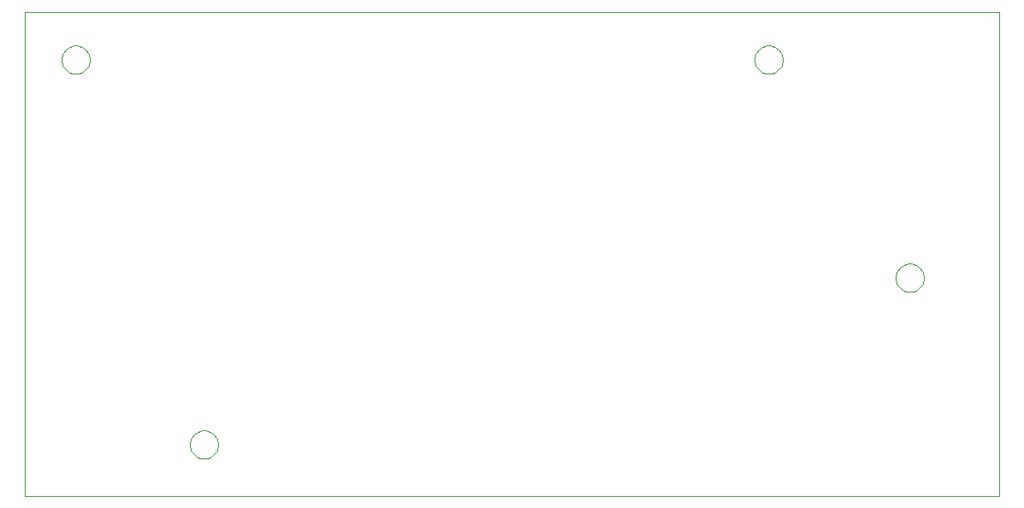
<source format=gbp>
G75*
G70*
%OFA0B0*%
%FSLAX24Y24*%
%IPPOS*%
%LPD*%
%AMOC8*
5,1,8,0,0,1.08239X$1,22.5*
%
%ADD10C,0.0000*%
D10*
X000180Y000180D02*
X000180Y019050D01*
X038172Y019050D01*
X038172Y000180D01*
X000180Y000180D01*
X006629Y002180D02*
X006631Y002227D01*
X006637Y002273D01*
X006647Y002319D01*
X006660Y002364D01*
X006678Y002407D01*
X006699Y002449D01*
X006723Y002489D01*
X006751Y002526D01*
X006782Y002561D01*
X006816Y002594D01*
X006852Y002623D01*
X006891Y002649D01*
X006932Y002672D01*
X006975Y002691D01*
X007019Y002707D01*
X007064Y002719D01*
X007110Y002727D01*
X007157Y002731D01*
X007203Y002731D01*
X007250Y002727D01*
X007296Y002719D01*
X007341Y002707D01*
X007385Y002691D01*
X007428Y002672D01*
X007469Y002649D01*
X007508Y002623D01*
X007544Y002594D01*
X007578Y002561D01*
X007609Y002526D01*
X007637Y002489D01*
X007661Y002449D01*
X007682Y002407D01*
X007700Y002364D01*
X007713Y002319D01*
X007723Y002273D01*
X007729Y002227D01*
X007731Y002180D01*
X007729Y002133D01*
X007723Y002087D01*
X007713Y002041D01*
X007700Y001996D01*
X007682Y001953D01*
X007661Y001911D01*
X007637Y001871D01*
X007609Y001834D01*
X007578Y001799D01*
X007544Y001766D01*
X007508Y001737D01*
X007469Y001711D01*
X007428Y001688D01*
X007385Y001669D01*
X007341Y001653D01*
X007296Y001641D01*
X007250Y001633D01*
X007203Y001629D01*
X007157Y001629D01*
X007110Y001633D01*
X007064Y001641D01*
X007019Y001653D01*
X006975Y001669D01*
X006932Y001688D01*
X006891Y001711D01*
X006852Y001737D01*
X006816Y001766D01*
X006782Y001799D01*
X006751Y001834D01*
X006723Y001871D01*
X006699Y001911D01*
X006678Y001953D01*
X006660Y001996D01*
X006647Y002041D01*
X006637Y002087D01*
X006631Y002133D01*
X006629Y002180D01*
X034129Y008680D02*
X034131Y008727D01*
X034137Y008773D01*
X034147Y008819D01*
X034160Y008864D01*
X034178Y008907D01*
X034199Y008949D01*
X034223Y008989D01*
X034251Y009026D01*
X034282Y009061D01*
X034316Y009094D01*
X034352Y009123D01*
X034391Y009149D01*
X034432Y009172D01*
X034475Y009191D01*
X034519Y009207D01*
X034564Y009219D01*
X034610Y009227D01*
X034657Y009231D01*
X034703Y009231D01*
X034750Y009227D01*
X034796Y009219D01*
X034841Y009207D01*
X034885Y009191D01*
X034928Y009172D01*
X034969Y009149D01*
X035008Y009123D01*
X035044Y009094D01*
X035078Y009061D01*
X035109Y009026D01*
X035137Y008989D01*
X035161Y008949D01*
X035182Y008907D01*
X035200Y008864D01*
X035213Y008819D01*
X035223Y008773D01*
X035229Y008727D01*
X035231Y008680D01*
X035229Y008633D01*
X035223Y008587D01*
X035213Y008541D01*
X035200Y008496D01*
X035182Y008453D01*
X035161Y008411D01*
X035137Y008371D01*
X035109Y008334D01*
X035078Y008299D01*
X035044Y008266D01*
X035008Y008237D01*
X034969Y008211D01*
X034928Y008188D01*
X034885Y008169D01*
X034841Y008153D01*
X034796Y008141D01*
X034750Y008133D01*
X034703Y008129D01*
X034657Y008129D01*
X034610Y008133D01*
X034564Y008141D01*
X034519Y008153D01*
X034475Y008169D01*
X034432Y008188D01*
X034391Y008211D01*
X034352Y008237D01*
X034316Y008266D01*
X034282Y008299D01*
X034251Y008334D01*
X034223Y008371D01*
X034199Y008411D01*
X034178Y008453D01*
X034160Y008496D01*
X034147Y008541D01*
X034137Y008587D01*
X034131Y008633D01*
X034129Y008680D01*
X028629Y017180D02*
X028631Y017227D01*
X028637Y017273D01*
X028647Y017319D01*
X028660Y017364D01*
X028678Y017407D01*
X028699Y017449D01*
X028723Y017489D01*
X028751Y017526D01*
X028782Y017561D01*
X028816Y017594D01*
X028852Y017623D01*
X028891Y017649D01*
X028932Y017672D01*
X028975Y017691D01*
X029019Y017707D01*
X029064Y017719D01*
X029110Y017727D01*
X029157Y017731D01*
X029203Y017731D01*
X029250Y017727D01*
X029296Y017719D01*
X029341Y017707D01*
X029385Y017691D01*
X029428Y017672D01*
X029469Y017649D01*
X029508Y017623D01*
X029544Y017594D01*
X029578Y017561D01*
X029609Y017526D01*
X029637Y017489D01*
X029661Y017449D01*
X029682Y017407D01*
X029700Y017364D01*
X029713Y017319D01*
X029723Y017273D01*
X029729Y017227D01*
X029731Y017180D01*
X029729Y017133D01*
X029723Y017087D01*
X029713Y017041D01*
X029700Y016996D01*
X029682Y016953D01*
X029661Y016911D01*
X029637Y016871D01*
X029609Y016834D01*
X029578Y016799D01*
X029544Y016766D01*
X029508Y016737D01*
X029469Y016711D01*
X029428Y016688D01*
X029385Y016669D01*
X029341Y016653D01*
X029296Y016641D01*
X029250Y016633D01*
X029203Y016629D01*
X029157Y016629D01*
X029110Y016633D01*
X029064Y016641D01*
X029019Y016653D01*
X028975Y016669D01*
X028932Y016688D01*
X028891Y016711D01*
X028852Y016737D01*
X028816Y016766D01*
X028782Y016799D01*
X028751Y016834D01*
X028723Y016871D01*
X028699Y016911D01*
X028678Y016953D01*
X028660Y016996D01*
X028647Y017041D01*
X028637Y017087D01*
X028631Y017133D01*
X028629Y017180D01*
X001629Y017180D02*
X001631Y017227D01*
X001637Y017273D01*
X001647Y017319D01*
X001660Y017364D01*
X001678Y017407D01*
X001699Y017449D01*
X001723Y017489D01*
X001751Y017526D01*
X001782Y017561D01*
X001816Y017594D01*
X001852Y017623D01*
X001891Y017649D01*
X001932Y017672D01*
X001975Y017691D01*
X002019Y017707D01*
X002064Y017719D01*
X002110Y017727D01*
X002157Y017731D01*
X002203Y017731D01*
X002250Y017727D01*
X002296Y017719D01*
X002341Y017707D01*
X002385Y017691D01*
X002428Y017672D01*
X002469Y017649D01*
X002508Y017623D01*
X002544Y017594D01*
X002578Y017561D01*
X002609Y017526D01*
X002637Y017489D01*
X002661Y017449D01*
X002682Y017407D01*
X002700Y017364D01*
X002713Y017319D01*
X002723Y017273D01*
X002729Y017227D01*
X002731Y017180D01*
X002729Y017133D01*
X002723Y017087D01*
X002713Y017041D01*
X002700Y016996D01*
X002682Y016953D01*
X002661Y016911D01*
X002637Y016871D01*
X002609Y016834D01*
X002578Y016799D01*
X002544Y016766D01*
X002508Y016737D01*
X002469Y016711D01*
X002428Y016688D01*
X002385Y016669D01*
X002341Y016653D01*
X002296Y016641D01*
X002250Y016633D01*
X002203Y016629D01*
X002157Y016629D01*
X002110Y016633D01*
X002064Y016641D01*
X002019Y016653D01*
X001975Y016669D01*
X001932Y016688D01*
X001891Y016711D01*
X001852Y016737D01*
X001816Y016766D01*
X001782Y016799D01*
X001751Y016834D01*
X001723Y016871D01*
X001699Y016911D01*
X001678Y016953D01*
X001660Y016996D01*
X001647Y017041D01*
X001637Y017087D01*
X001631Y017133D01*
X001629Y017180D01*
M02*

</source>
